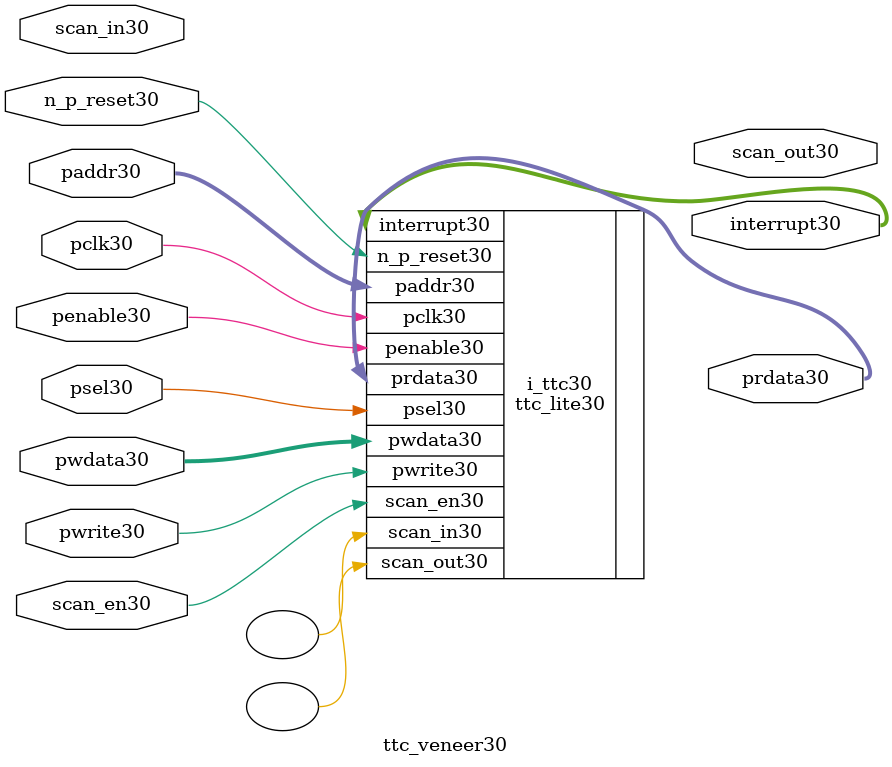
<source format=v>
module ttc_veneer30 (
           
           //inputs30
           n_p_reset30,
           pclk30,
           psel30,
           penable30,
           pwrite30,
           pwdata30,
           paddr30,
           scan_in30,
           scan_en30,

           //outputs30
           prdata30,
           interrupt30,
           scan_out30           

           );


//-----------------------------------------------------------------------------
// PORT DECLARATIONS30
//-----------------------------------------------------------------------------

   input         n_p_reset30;            //System30 Reset30
   input         pclk30;                 //System30 clock30
   input         psel30;                 //Select30 line
   input         penable30;              //Enable30
   input         pwrite30;               //Write line, 1 for write, 0 for read
   input [31:0]  pwdata30;               //Write data
   input [7:0]   paddr30;                //Address Bus30 register
   input         scan_in30;              //Scan30 chain30 input port
   input         scan_en30;              //Scan30 chain30 enable port
   
   output [31:0] prdata30;               //Read Data from the APB30 Interface30
   output [3:1]  interrupt30;            //Interrupt30 from PCI30 
   output        scan_out30;             //Scan30 chain30 output port

//##############################################################################
// if the TTC30 is NOT30 black30 boxed30 
//##############################################################################
`ifndef FV_KIT_BLACK_BOX_TTC30 

ttc_lite30 i_ttc30(

   //inputs30
   .n_p_reset30(n_p_reset30),
   .pclk30(pclk30),
   .psel30(psel30),
   .penable30(penable30),
   .pwrite30(pwrite30),
   .pwdata30(pwdata30),
   .paddr30(paddr30),
   .scan_in30(),
   .scan_en30(scan_en30),

   //outputs30
   .prdata30(prdata30),
   .interrupt30(interrupt30),
   .scan_out30()
);

`else 
//##############################################################################
// if the TTC30 is black30 boxed30 
//##############################################################################

   wire          n_p_reset30;            //System30 Reset30
   wire          pclk30;                 //System30 clock30
   wire          psel30;                 //Select30 line
   wire          penable30;              //Enable30
   wire          pwrite30;               //Write line, 1 for write, 0 for read
   wire  [31:0]  pwdata30;               //Write data
   wire  [7:0]   paddr30;                //Address Bus30 register
   wire          scan_in30;              //Scan30 chain30 wire  port
   wire          scan_en30;              //Scan30 chain30 enable port
   
   reg    [31:0] prdata30;               //Read Data from the APB30 Interface30
   reg    [3:1]  interrupt30;            //Interrupt30 from PCI30 
   reg           scan_out30;             //Scan30 chain30 reg    port

`endif
//##############################################################################
// black30 boxed30 defines30 
//##############################################################################

endmodule

</source>
